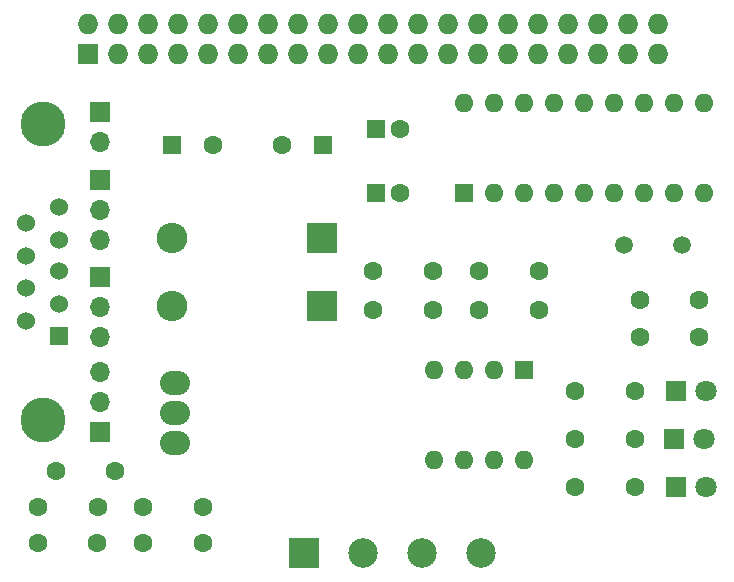
<source format=gbs>
G04 #@! TF.FileFunction,Soldermask,Bot*
%FSLAX46Y46*%
G04 Gerber Fmt 4.6, Leading zero omitted, Abs format (unit mm)*
G04 Created by KiCad (PCBNEW 4.0.5) date 01/25/17 19:42:50*
%MOMM*%
%LPD*%
G01*
G04 APERTURE LIST*
%ADD10C,0.200000*%
%ADD11O,2.540000X2.032000*%
%ADD12R,2.600000X2.600000*%
%ADD13O,2.600000X2.600000*%
%ADD14R,1.600000X1.600000*%
%ADD15C,1.600000*%
%ADD16C,2.500000*%
%ADD17R,2.500000X2.500000*%
%ADD18R,1.727200X1.727200*%
%ADD19O,1.727200X1.727200*%
%ADD20R,1.800000X1.800000*%
%ADD21C,1.800000*%
%ADD22C,3.810000*%
%ADD23R,1.524000X1.524000*%
%ADD24C,1.524000*%
%ADD25R,1.700000X1.700000*%
%ADD26O,1.700000X1.700000*%
%ADD27O,1.600000X1.600000*%
%ADD28C,1.500000*%
G04 APERTURE END LIST*
D10*
D11*
X32981900Y-52273200D03*
X32981900Y-54813200D03*
X32981900Y-49733200D03*
D12*
X45402500Y-37426900D03*
D13*
X32702500Y-37426900D03*
D12*
X45402500Y-43141900D03*
D13*
X32702500Y-43141900D03*
D14*
X49974500Y-33616900D03*
D15*
X51974500Y-33616900D03*
D14*
X32702500Y-29552900D03*
D15*
X36202500Y-29552900D03*
D16*
X58878500Y-64122300D03*
X53878500Y-64122300D03*
D17*
X43878500Y-64122300D03*
D16*
X48878500Y-64122300D03*
D18*
X25590500Y-21805900D03*
D19*
X25590500Y-19265900D03*
X28130500Y-21805900D03*
X28130500Y-19265900D03*
X30670500Y-21805900D03*
X30670500Y-19265900D03*
X33210500Y-21805900D03*
X33210500Y-19265900D03*
X35750500Y-21805900D03*
X35750500Y-19265900D03*
X38290500Y-21805900D03*
X38290500Y-19265900D03*
X40830500Y-21805900D03*
X40830500Y-19265900D03*
X43370500Y-21805900D03*
X43370500Y-19265900D03*
X45910500Y-21805900D03*
X45910500Y-19265900D03*
X48450500Y-21805900D03*
X48450500Y-19265900D03*
X50990500Y-21805900D03*
X50990500Y-19265900D03*
X53530500Y-21805900D03*
X53530500Y-19265900D03*
X56070500Y-21805900D03*
X56070500Y-19265900D03*
X58610500Y-21805900D03*
X58610500Y-19265900D03*
X61150500Y-21805900D03*
X61150500Y-19265900D03*
X63690500Y-21805900D03*
X63690500Y-19265900D03*
X66230500Y-21805900D03*
X66230500Y-19265900D03*
X68770500Y-21805900D03*
X68770500Y-19265900D03*
X71310500Y-21805900D03*
X71310500Y-19265900D03*
X73850500Y-21805900D03*
X73850500Y-19265900D03*
D14*
X49974500Y-28155900D03*
D15*
X51974500Y-28155900D03*
X22910800Y-57111900D03*
X27910800Y-57111900D03*
X26352500Y-63207900D03*
X21352500Y-63207900D03*
X72326500Y-42633900D03*
X77326500Y-42633900D03*
X72326500Y-45808900D03*
X77326500Y-45808900D03*
D20*
X75374500Y-58508900D03*
D21*
X77914500Y-58508900D03*
D20*
X75247500Y-54444900D03*
D21*
X77787500Y-54444900D03*
D20*
X75374500Y-50380900D03*
D21*
X77914500Y-50380900D03*
D22*
X21780500Y-27774900D03*
X21780500Y-52793900D03*
D23*
X23177500Y-45681900D03*
D24*
X23177500Y-43014900D03*
X23177500Y-40220900D03*
X23177500Y-37553900D03*
X23177500Y-34759900D03*
X20383500Y-44411900D03*
X20383500Y-41617900D03*
X20383500Y-38950900D03*
X20383500Y-36156900D03*
D25*
X26606500Y-32473900D03*
D26*
X26606500Y-35013900D03*
X26606500Y-37553900D03*
D25*
X26606500Y-26758900D03*
D26*
X26606500Y-29298900D03*
D25*
X26606500Y-40728900D03*
D26*
X26606500Y-43268900D03*
X26606500Y-45808900D03*
D25*
X26606500Y-53809900D03*
D26*
X26606500Y-51269900D03*
X26606500Y-48729900D03*
D15*
X58737500Y-40220900D03*
X63817500Y-40220900D03*
X63817500Y-43522900D03*
X58737500Y-43522900D03*
X49720500Y-40220900D03*
X54800500Y-40220900D03*
X49720500Y-43522900D03*
X54800500Y-43522900D03*
X66865500Y-58508900D03*
X71945500Y-58508900D03*
X35369500Y-60159900D03*
X30289500Y-60159900D03*
X21399500Y-60159900D03*
X26479500Y-60159900D03*
X66865500Y-54444900D03*
X71945500Y-54444900D03*
X30289500Y-63207900D03*
X35369500Y-63207900D03*
X66865500Y-50380900D03*
X71945500Y-50380900D03*
D14*
X57467500Y-33616900D03*
D27*
X77787500Y-25996900D03*
X60007500Y-33616900D03*
X75247500Y-25996900D03*
X62547500Y-33616900D03*
X72707500Y-25996900D03*
X65087500Y-33616900D03*
X70167500Y-25996900D03*
X67627500Y-33616900D03*
X67627500Y-25996900D03*
X70167500Y-33616900D03*
X65087500Y-25996900D03*
X72707500Y-33616900D03*
X62547500Y-25996900D03*
X75247500Y-33616900D03*
X60007500Y-25996900D03*
X77787500Y-33616900D03*
X57467500Y-25996900D03*
D14*
X62471300Y-48615600D03*
D27*
X54851300Y-56235600D03*
X59931300Y-48615600D03*
X57391300Y-56235600D03*
X57391300Y-48615600D03*
X59931300Y-56235600D03*
X54851300Y-48615600D03*
X62471300Y-56235600D03*
D28*
X75869800Y-37985700D03*
X70989800Y-37985700D03*
D14*
X45529500Y-29552900D03*
D15*
X42029500Y-29552900D03*
M02*

</source>
